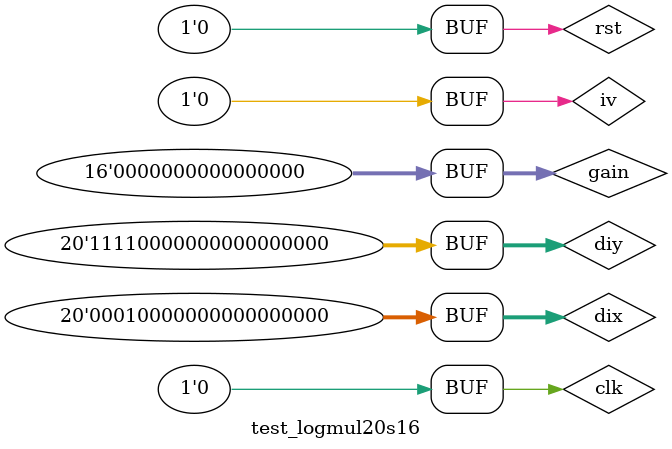
<source format=v>
`timescale 1ns / 1ps

module test_logmul20s16;

	// Inputs
	reg [19:0] dix,diy;
	reg iv;
	reg clk;
	reg rst;
	reg [15:0] gain;	// 4-bit exponent and 12-bit mantissa (0.5-1)

	// Outputs
	wire [15:0] dox,doy;
	wire ov;

	// Instantiate the Unit Under Test (UUT)
	logmul20s16a uut (
		.dix(dix), 
		.diy(diy), 
		.iv(iv), 
		.dox(dox), 
		.doy(doy), 
		.ov(ov), 
		.clk(clk), 
		.rst(rst),
		.gain(gain) 
	);

	initial begin
		// Initialize Inputs
		dix = 0;
		diy = 0;
		iv = 0;
		clk = 0;
		rst = 0;
		gain = 0;

		// Wait 100 ns for global reset to finish
		#100;
      // reset
		#5 clk = 0; rst = 1;
		#5 clk = 1;
		#5 clk = 0; rst = 0;
		#5 clk = 1;
		// test with various gains
		repeat (32)
		begin
			#5 clk = 0; iv = 1; dix = 1; diy = -1;
			#5 clk = 1; 
			repeat (15)
			begin
				#5 clk = 0; iv = 0;
				#5 clk = 1;
			end
			#5 clk = 0; iv = 1; dix = 16; diy = -16;
			#5 clk = 1;
			repeat (15)
			begin
				#5 clk = 0; iv = 0;
				#5 clk = 1;
			end
			#5 clk = 0; iv = 1; dix = 256; diy = -256;
			#5 clk = 1;
			repeat (15)
			begin
				#5 clk = 0; iv = 0;
				#5 clk = 1;
			end
			#5 clk = 0; iv = 1; dix = 4096; diy = -4096;
			#5 clk = 1;
			repeat (15)
			begin
				#5 clk = 0; iv = 0;
				#5 clk = 1;
			end
			#5 clk = 0; iv = 1; dix = 65536; diy = -65536;
			#5 clk = 1;
			repeat (15)
			begin
				#5 clk = 0; iv = 0;
				#5 clk = 1;
			end
			gain = gain + 2048;
		end
		#5 clk = 0; iv = 0;

	end
      
endmodule


</source>
